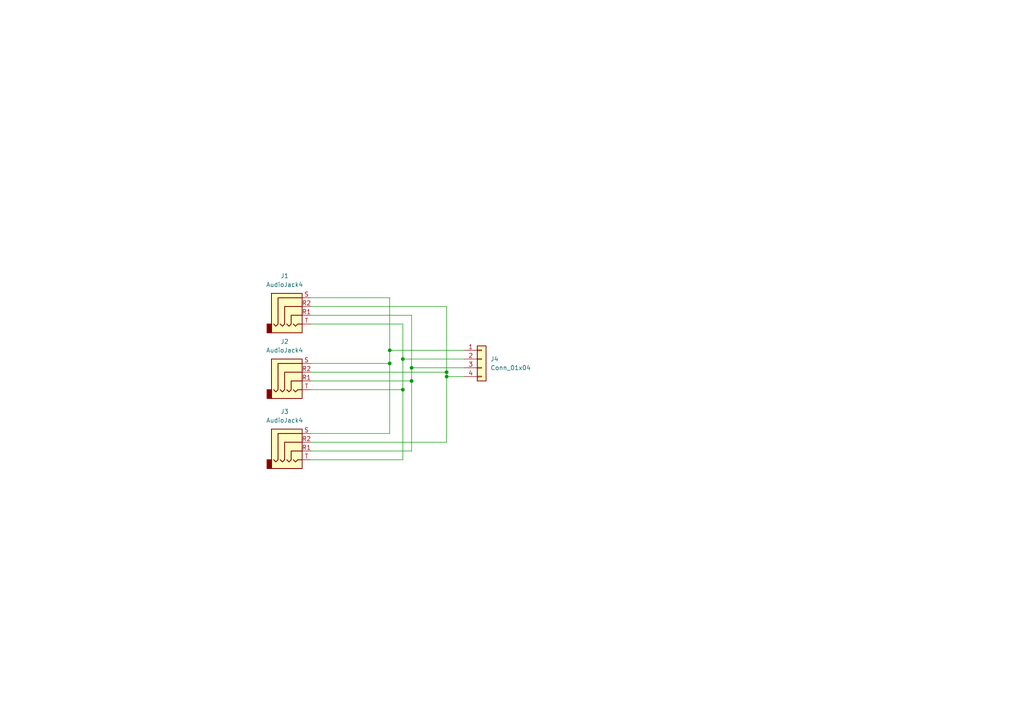
<source format=kicad_sch>
(kicad_sch (version 20211123) (generator eeschema)
  (paper "A4")
  (lib_symbols
    (symbol "Connector:AudioJack4"
      (property "Reference" "J" (at 0 8.89 0))
      (property "Value" "AudioJack4" (at 0 6.35 0))
      (symbol "AudioJack4_0_1"
        (rectangle (start -6.35 -5.08) (end -7.62 -7.62) (stroke (width 0.254)) (fill (type outline)))
        (polyline (pts (xy 0 -5.08) (xy 0.635 -5.715) (xy 1.27 -5.08) (xy 2.54 -5.08)) (stroke (width 0.254)))
        (polyline (pts (xy -5.715 -5.08) (xy -5.08 -5.715) (xy -4.445 -5.08) (xy -4.445 2.54) (xy 2.54 2.54)) (stroke (width 0.254)))
        (polyline (pts (xy -1.905 -5.08) (xy -1.27 -5.715) (xy -0.635 -5.08) (xy -0.635 -2.54) (xy 2.54 -2.54)) (stroke (width 0.254)))
        (polyline (pts (xy 2.54 0) (xy -2.54 0) (xy -2.54 -5.08) (xy -3.175 -5.715) (xy -3.81 -5.08)) (stroke (width 0.254)))
        (rectangle (start 2.54 3.81) (end -6.35 -7.62) (stroke (width 0.254)) (fill (type background)))
      )
      (symbol "AudioJack4_1_1"
        (pin passive line (at 5.08 -2.54 180) (length 2.54) (name "~") (number "R1"))
        (pin passive line (at 5.08 0 180) (length 2.54) (name "~") (number "R2"))
        (pin passive line (at 5.08 2.54 180) (length 2.54) (name "~") (number "S"))
        (pin passive line (at 5.08 -5.08 180) (length 2.54) (name "~") (number "T"))
      )
    )
    (symbol "Connector_Generic:Conn_01x04" (pin_names (offset 1.016) hide)
      (property "Reference" "J" (at 0 5.08 0))
      (property "Value" "Conn_01x04" (at 0 -7.62 0))
      (symbol "Conn_01x04_1_1"
        (rectangle (start -1.27 -4.953) (end 0 -5.207) (stroke (width 0.1524)))
        (rectangle (start -1.27 -2.413) (end 0 -2.667) (stroke (width 0.1524)))
        (rectangle (start -1.27 0.127) (end 0 -0.127) (stroke (width 0.1524)))
        (rectangle (start -1.27 2.667) (end 0 2.413) (stroke (width 0.1524)))
        (rectangle (start -1.27 3.81) (end 1.27 -6.35) (stroke (width 0.254)) (fill (type background)))
        (pin passive line (at -5.08 2.54 0) (length 3.81) (name "Pin_1") (number "1"))
        (pin passive line (at -5.08 0 0) (length 3.81) (name "Pin_2") (number "2"))
        (pin passive line (at -5.08 -2.54 0) (length 3.81) (name "Pin_3") (number "3"))
        (pin passive line (at -5.08 -5.08 0) (length 3.81) (name "Pin_4") (number "4"))
      )
    )
  )
  (junction (at 119.38 106.68))
  (junction (at 119.38 110.49))
  (junction (at 129.54 107.95))
  (junction (at 116.84 113.03))
  (junction (at 113.03 101.6))
  (junction (at 116.84 104.14))
  (junction (at 113.03 105.41))
  (junction (at 129.54 109.22))
  (wire (pts (xy 113.03 125.73) (xy 113.03 105.41)))
  (wire (pts (xy 116.84 93.98) (xy 116.84 104.14)))
  (wire (pts (xy 90.17 125.73) (xy 113.03 125.73)))
  (wire (pts (xy 90.17 88.9) (xy 129.54 88.9)))
  (wire (pts (xy 113.03 86.36) (xy 113.03 101.6)))
  (wire (pts (xy 90.17 105.41) (xy 113.03 105.41)))
  (wire (pts (xy 90.17 110.49) (xy 119.38 110.49)))
  (wire (pts (xy 129.54 109.22) (xy 129.54 128.27)))
  (wire (pts (xy 119.38 106.68) (xy 119.38 110.49)))
  (wire (pts (xy 116.84 104.14) (xy 134.62 104.14)))
  (wire (pts (xy 113.03 101.6) (xy 134.62 101.6)))
  (wire (pts (xy 129.54 107.95) (xy 129.54 109.22)))
  (wire (pts (xy 116.84 104.14) (xy 116.84 113.03)))
  (wire (pts (xy 129.54 109.22) (xy 134.62 109.22)))
  (wire (pts (xy 90.17 113.03) (xy 116.84 113.03)))
  (wire (pts (xy 116.84 113.03) (xy 116.84 133.35)))
  (wire (pts (xy 129.54 88.9) (xy 129.54 107.95)))
  (wire (pts (xy 90.17 130.81) (xy 119.38 130.81)))
  (wire (pts (xy 90.17 86.36) (xy 113.03 86.36)))
  (wire (pts (xy 119.38 130.81) (xy 119.38 110.49)))
  (wire (pts (xy 90.17 107.95) (xy 129.54 107.95)))
  (wire (pts (xy 119.38 91.44) (xy 119.38 106.68)))
  (wire (pts (xy 113.03 105.41) (xy 113.03 101.6)))
  (wire (pts (xy 90.17 91.44) (xy 119.38 91.44)))
  (wire (pts (xy 90.17 93.98) (xy 116.84 93.98)))
  (wire (pts (xy 90.17 133.35) (xy 116.84 133.35)))
  (wire (pts (xy 90.17 128.27) (xy 129.54 128.27)))
  (wire (pts (xy 119.38 106.68) (xy 134.62 106.68)))
  (symbol (lib_id "Connector_Generic:Conn_01x04") (at 139.7 104.14 0) (unit 1)
    (property "Reference" "J4" (at 142.24 104.1399 0) (effects (justify left)))
    (property "Value" "Conn_01x04" (at 142.24 106.6799 0) (effects (justify left)))
    (property "Footprint" "Connector_PinHeader_2.54mm:PinHeader_1x04_P2.54mm_Vertical" (effects hide))
  )
  (symbol (lib_id "Connector:AudioJack4") (at 85.09 107.95 0) (unit 1)
    (property "Reference" "J2" (at 82.55 99.06 0))
    (property "Value" "AudioJack4" (at 82.55 101.6 0))
    (property "Footprint" "Library:jack_4pins" (effects hide))
  )
  (symbol (lib_id "Connector:AudioJack4") (at 85.09 88.9 0) (unit 1)
    (property "Reference" "J1" (at 82.55 80.01 0))
    (property "Value" "AudioJack4" (at 82.55 82.55 0))
    (property "Footprint" "Library:jack_4pins" (effects hide))
  )
  (symbol (lib_id "Connector:AudioJack4") (at 85.09 128.27 0) (unit 1)
    (property "Reference" "J3" (at 82.55 119.38 0))
    (property "Value" "AudioJack4" (at 82.55 121.92 0))
    (property "Footprint" "Library:jack_4pins" (effects hide))
  )
)
</source>
